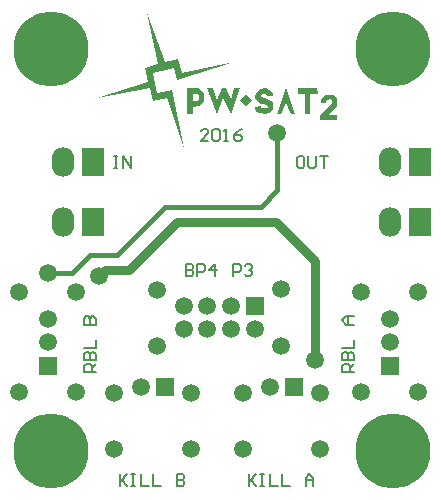
<source format=gtl>
G04 Layer_Physical_Order=1*
G04 Layer_Color=255*
%FSAX23Y23*%
%MOIN*%
G70*
G01*
G75*
%ADD10C,0.030*%
%ADD11C,0.016*%
%ADD12C,0.008*%
%ADD13C,0.059*%
%ADD14R,0.059X0.059*%
%ADD15R,0.075X0.098*%
%ADD16O,0.075X0.098*%
%ADD17C,0.250*%
%ADD18R,0.059X0.059*%
G36*
X03452Y03381D02*
X03494Y03391D01*
X03508Y03347D01*
X03682Y03381D01*
X03490Y03321D01*
X03480Y03363D01*
X03410Y03347D01*
X03426Y03279D01*
X03474Y03289D01*
X03514Y03095D01*
X03458Y03261D01*
X03412Y03251D01*
X03400Y03295D01*
X03226Y03261D01*
X03394Y03317D01*
X03384Y03361D01*
X03428Y03375D01*
X03392Y03545D01*
X03452Y03381D01*
D02*
G37*
G36*
X03804Y03287D02*
X03810Y03279D01*
Y03269D01*
X03794D01*
X03788Y03275D01*
X03774D01*
X03772Y03265D01*
X03786Y03261D01*
X03798Y03257D01*
X03812Y03249D01*
Y03227D01*
X03804Y03215D01*
X03788Y03209D01*
X03771Y03211D01*
X03756Y03217D01*
X03750Y03233D01*
X03770Y03235D01*
X03772Y03229D01*
X03790D01*
X03796Y03233D01*
X03792Y03239D01*
X03778Y03243D01*
X03772D01*
X03760Y03251D01*
X03752Y03263D01*
X03754Y03279D01*
X03768Y03293D01*
X03788Y03295D01*
X03804Y03287D01*
D02*
G37*
G36*
X03670Y03209D02*
X03646Y03263D01*
X03626Y03209D01*
X03592Y03295D01*
X03610D01*
X03626Y03257D01*
X03640Y03295D01*
X03654D01*
X03670Y03255D01*
X03682Y03295D01*
X03700D01*
X03670Y03209D01*
D02*
G37*
G36*
X03742Y03255D02*
X03721Y03235D01*
X03702Y03255D01*
X03720Y03273D01*
X03742Y03255D01*
D02*
G37*
G36*
X03960Y03277D02*
X03936Y03275D01*
Y03209D01*
X03918D01*
Y03275D01*
X03896Y03277D01*
Y03295D01*
X03958D01*
X03960Y03277D01*
D02*
G37*
G36*
X03886Y03209D02*
X03870D01*
X03854Y03247D01*
X03838Y03209D01*
X03824D01*
X03854Y03294D01*
X03886Y03209D01*
D02*
G37*
G36*
X03572Y03289D02*
X03580Y03279D01*
X03582Y03269D01*
Y03259D01*
X03580Y03251D01*
X03576Y03243D01*
X03564Y03235D01*
X03544Y03233D01*
Y03209D01*
X03526D01*
Y03295D01*
X03560D01*
X03572Y03289D01*
D02*
G37*
G36*
X04026Y03261D02*
Y03237D01*
X03996Y03207D01*
X04026Y03205D01*
Y03189D01*
X03968D01*
Y03201D01*
X03978Y03215D01*
X04002Y03237D01*
X04008Y03245D01*
Y03255D01*
X04000Y03259D01*
X03992Y03257D01*
X03988Y03245D01*
X03970D01*
X03972Y03259D01*
X03988Y03273D01*
X04012D01*
X04026Y03261D01*
D02*
G37*
%LPC*%
G36*
X03560Y03275D02*
X03544D01*
Y03251D01*
X03556D01*
X03560Y03253D01*
X03566Y03259D01*
X03564Y03269D01*
X03560Y03275D01*
D02*
G37*
%LPD*%
D10*
X03950Y02390D02*
Y02720D01*
X03820Y02850D02*
X03950Y02720D01*
X03490Y02850D02*
X03820D01*
X03330Y02690D02*
X03490Y02850D01*
X03250Y02690D02*
X03330D01*
X03230Y02670D02*
X03250Y02690D01*
D11*
X03450Y02900D02*
X03770D01*
X03290Y02740D02*
X03450Y02900D01*
X03200Y02740D02*
X03290D01*
X03825Y02955D02*
Y03145D01*
X03770Y02900D02*
X03825Y02955D01*
X03140Y02680D02*
X03200Y02740D01*
X03060Y02680D02*
X03140D01*
D12*
X03596Y03120D02*
X03570D01*
X03596Y03146D01*
Y03153D01*
X03590Y03159D01*
X03577D01*
X03570Y03153D01*
X03609D02*
X03616Y03159D01*
X03629D01*
X03636Y03153D01*
Y03127D01*
X03629Y03120D01*
X03616D01*
X03609Y03127D01*
Y03153D01*
X03649Y03120D02*
X03662D01*
X03655D01*
Y03159D01*
X03649Y03153D01*
X03708Y03159D02*
X03695Y03153D01*
X03682Y03140D01*
Y03127D01*
X03688Y03120D01*
X03701D01*
X03708Y03127D01*
Y03133D01*
X03701Y03140D01*
X03682D01*
X03520Y02709D02*
Y02670D01*
X03540D01*
X03546Y02677D01*
Y02683D01*
X03540Y02690D01*
X03520D01*
X03540D01*
X03546Y02696D01*
Y02703D01*
X03540Y02709D01*
X03520D01*
X03559Y02670D02*
Y02709D01*
X03579D01*
X03586Y02703D01*
Y02690D01*
X03579Y02683D01*
X03559D01*
X03618Y02670D02*
Y02709D01*
X03599Y02690D01*
X03625D01*
X03677Y02670D02*
Y02709D01*
X03697D01*
X03704Y02703D01*
Y02690D01*
X03697Y02683D01*
X03677D01*
X03717Y02703D02*
X03723Y02709D01*
X03736D01*
X03743Y02703D01*
Y02696D01*
X03736Y02690D01*
X03730D01*
X03736D01*
X03743Y02683D01*
Y02677D01*
X03736Y02670D01*
X03723D01*
X03717Y02677D01*
X03220Y02350D02*
X03181D01*
Y02370D01*
X03187Y02376D01*
X03200D01*
X03207Y02370D01*
Y02350D01*
Y02363D02*
X03220Y02376D01*
X03181Y02389D02*
X03220D01*
Y02409D01*
X03213Y02416D01*
X03207D01*
X03200Y02409D01*
Y02389D01*
Y02409D01*
X03194Y02416D01*
X03187D01*
X03181Y02409D01*
Y02389D01*
Y02429D02*
X03220D01*
Y02455D01*
X03181Y02507D02*
X03220D01*
Y02527D01*
X03213Y02534D01*
X03207D01*
X03200Y02527D01*
Y02507D01*
Y02527D01*
X03194Y02534D01*
X03187D01*
X03181Y02527D01*
Y02507D01*
X04080Y02350D02*
X04041D01*
Y02370D01*
X04047Y02376D01*
X04060D01*
X04067Y02370D01*
Y02350D01*
Y02363D02*
X04080Y02376D01*
X04041Y02389D02*
X04080D01*
Y02409D01*
X04073Y02416D01*
X04067D01*
X04060Y02409D01*
Y02389D01*
Y02409D01*
X04054Y02416D01*
X04047D01*
X04041Y02409D01*
Y02389D01*
Y02429D02*
X04080D01*
Y02455D01*
Y02507D02*
X04054D01*
X04041Y02521D01*
X04054Y02534D01*
X04080D01*
X04060D01*
Y02507D01*
X03300Y02009D02*
Y01970D01*
Y01983D01*
X03326Y02009D01*
X03307Y01990D01*
X03326Y01970D01*
X03339Y02009D02*
X03352D01*
X03346D01*
Y01970D01*
X03339D01*
X03352D01*
X03372Y02009D02*
Y01970D01*
X03398D01*
X03412Y02009D02*
Y01970D01*
X03438D01*
X03490Y02009D02*
Y01970D01*
X03510D01*
X03516Y01977D01*
Y01983D01*
X03510Y01990D01*
X03490D01*
X03510D01*
X03516Y01996D01*
Y02003D01*
X03510Y02009D01*
X03490D01*
X03730D02*
Y01970D01*
Y01983D01*
X03756Y02009D01*
X03737Y01990D01*
X03756Y01970D01*
X03769Y02009D02*
X03782D01*
X03776D01*
Y01970D01*
X03769D01*
X03782D01*
X03802Y02009D02*
Y01970D01*
X03828D01*
X03842Y02009D02*
Y01970D01*
X03868D01*
X03920D02*
Y01996D01*
X03933Y02009D01*
X03946Y01996D01*
Y01970D01*
Y01990D01*
X03920D01*
X03910Y03069D02*
X03897D01*
X03890Y03063D01*
Y03037D01*
X03897Y03030D01*
X03910D01*
X03916Y03037D01*
Y03063D01*
X03910Y03069D01*
X03929D02*
Y03037D01*
X03936Y03030D01*
X03949D01*
X03956Y03037D01*
Y03069D01*
X03969D02*
X03995D01*
X03982D01*
Y03030D01*
X03280Y03069D02*
X03293D01*
X03287D01*
Y03030D01*
X03280D01*
X03293D01*
X03313D02*
Y03069D01*
X03339Y03030D01*
Y03069D01*
D13*
X04200Y02449D02*
D03*
Y02527D02*
D03*
X04106Y02281D02*
D03*
X04294D02*
D03*
Y02616D02*
D03*
X04106D02*
D03*
X03060Y02449D02*
D03*
Y02527D02*
D03*
X02966Y02281D02*
D03*
X03154D02*
D03*
Y02616D02*
D03*
X02966D02*
D03*
X03713Y02280D02*
D03*
Y02093D02*
D03*
X03969D02*
D03*
Y02280D02*
D03*
X03801Y02300D02*
D03*
X03283Y02280D02*
D03*
Y02093D02*
D03*
X03539D02*
D03*
Y02280D02*
D03*
X03371Y02300D02*
D03*
X03671Y02491D02*
D03*
Y02570D02*
D03*
X03514D02*
D03*
X03750Y02491D02*
D03*
X03839Y02437D02*
D03*
Y02624D02*
D03*
X03425Y02623D02*
D03*
Y02436D02*
D03*
X03514Y02491D02*
D03*
X03593D02*
D03*
Y02570D02*
D03*
X03060Y02680D02*
D03*
X03230Y02670D02*
D03*
X03950Y02390D02*
D03*
X03825Y03145D02*
D03*
D14*
X04200Y02370D02*
D03*
X03060D02*
D03*
D15*
X04300Y03050D02*
D03*
Y02850D02*
D03*
X03210Y03050D02*
D03*
Y02850D02*
D03*
D16*
X04200Y03050D02*
D03*
Y02850D02*
D03*
X03110Y03050D02*
D03*
Y02850D02*
D03*
D17*
X04213Y03425D02*
D03*
X03071D02*
D03*
X04213Y02087D02*
D03*
X03071D02*
D03*
D18*
X03880Y02300D02*
D03*
X03450D02*
D03*
X03750Y02570D02*
D03*
M02*

</source>
